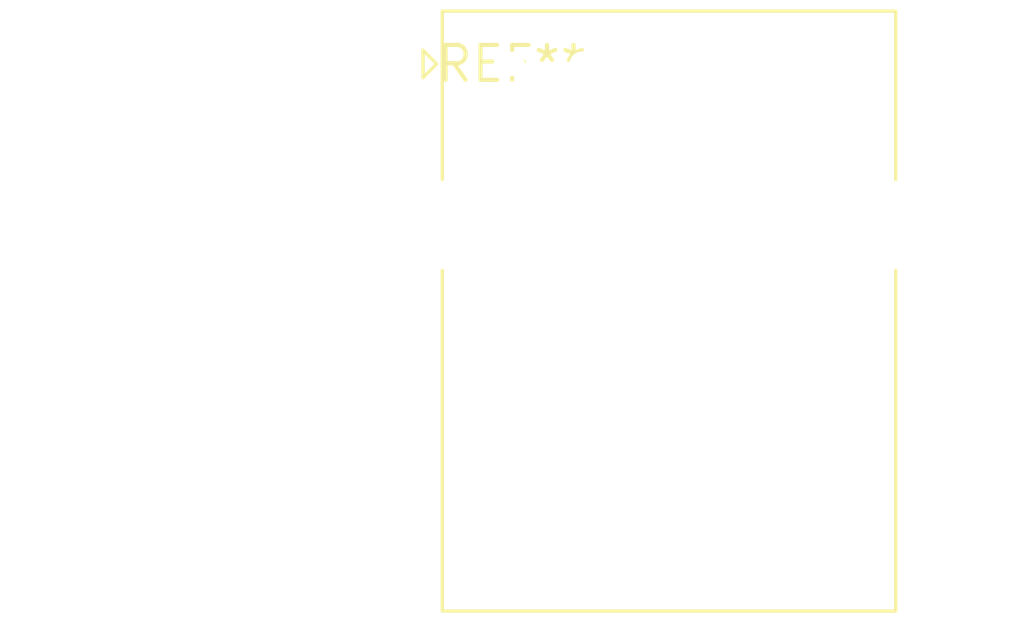
<source format=kicad_pcb>
(kicad_pcb (version 20240108) (generator pcbnew)
  (layers (0 "F.Cu" signal) (31 "B.Cu" signal) (34 "B.Paste" user) (35 "F.Paste" user) (36 "B.SilkS" user "B.Silkscreen") (37 "F.SilkS" user "F.Silkscreen") (38 "B.Mask" user) (39 "F.Mask" user) (44 "Edge.Cuts" user))
  (net 0 "")
  (footprint "RJ45_Abracon_ARJP11A-MA_Horizontal" (layer "F.Cu") (at 0 0)
    (property "Reference" "REF**")
    (property "Value" "RJ45_Abracon_ARJP11A-MA_Horizontal")
    (fp_line (start -3.24 -0.5) (end -3.24 0.5) (layer "F.SilkS") (stroke (width 0.12)))
    (fp_line (start -3.24 0.5) (end -2.74 0) (layer "F.SilkS") (stroke (width 0.12)))
    (fp_line (start -2.74 0) (end -3.24 -0.5) (layer "F.SilkS") (stroke (width 0.12)))
    (fp_line (start -2.54 -1.92) (end -2.54 4.21) (layer "F.SilkS") (stroke (width 0.12)))
    (fp_line (start -2.54 -1.92) (end 13.96 -1.92) (layer "F.SilkS") (stroke (width 0.12)))
    (fp_line (start -2.54 7.51) (end -2.54 19.91) (layer "F.SilkS") (stroke (width 0.12)))
    (fp_line (start -2.54 19.91) (end 13.96 19.91) (layer "F.SilkS") (stroke (width 0.12)))
    (fp_line (start 13.96 -1.92) (end 13.96 4.21) (layer "F.SilkS") (stroke (width 0.12)))
    (fp_line (start 13.96 7.51) (end 13.96 19.91) (layer "F.SilkS") (stroke (width 0.12)))
    (pad "" np_thru_hole circle (at 0 8.89) (size 3.2 3.2) (drill 3.2) (layers *.Cu *.Mask))
    (pad "" np_thru_hole circle (at 11.43 8.89) (size 3.2 3.2) (drill 3.2) (layers *.Cu *.Mask))
    (pad "1" thru_hole rect (at 0 0) (size 1.8 1.8) (drill 0.9) (layers *.Cu *.Mask) (remove_unused_layers))
    (pad "2" thru_hole circle (at 1.27 2.54) (size 1.8 1.8) (drill 0.9) (layers *.Cu *.Mask) (remove_unused_layers))
    (pad "3" thru_hole circle (at 2.54 0) (size 1.8 1.8) (drill 0.9) (layers *.Cu *.Mask) (remove_unused_layers))
    (pad "4" thru_hole circle (at 3.81 2.54) (size 1.8 1.8) (drill 0.9) (layers *.Cu *.Mask) (remove_unused_layers))
    (pad "5" thru_hole circle (at 5.08 0) (size 1.8 1.8) (drill 0.9) (layers *.Cu *.Mask) (remove_unused_layers))
    (pad "6" thru_hole circle (at 6.35 2.54) (size 1.8 1.8) (drill 0.9) (layers *.Cu *.Mask) (remove_unused_layers))
    (pad "7" thru_hole circle (at 7.62 0) (size 1.8 1.8) (drill 0.9) (layers *.Cu *.Mask) (remove_unused_layers))
    (pad "9" thru_hole circle (at 10.16 0) (size 1.8 1.8) (drill 0.9) (layers *.Cu *.Mask) (remove_unused_layers))
    (pad "10" thru_hole circle (at 11.43 2.54) (size 1.8 1.8) (drill 0.9) (layers *.Cu *.Mask) (remove_unused_layers))
    (pad "11" thru_hole circle (at -0.92 12.95) (size 2 2) (drill 1) (layers *.Cu *.Mask) (remove_unused_layers))
    (pad "12" thru_hole circle (at 1.62 12.95) (size 2 2) (drill 1) (layers *.Cu *.Mask) (remove_unused_layers))
    (pad "13" thru_hole circle (at 9.8 12.95) (size 2 2) (drill 1) (layers *.Cu *.Mask) (remove_unused_layers))
    (pad "14" thru_hole circle (at 12.34 12.95) (size 2 2) (drill 1) (layers *.Cu *.Mask) (remove_unused_layers))
    (pad "SH" thru_hole circle (at -2.04 5.84) (size 3 3) (drill 1.7) (layers *.Cu *.Mask) (remove_unused_layers))
    (pad "SH" thru_hole circle (at 13.46 5.84) (size 3 3) (drill 1.7) (layers *.Cu *.Mask) (remove_unused_layers))
  )
)
</source>
